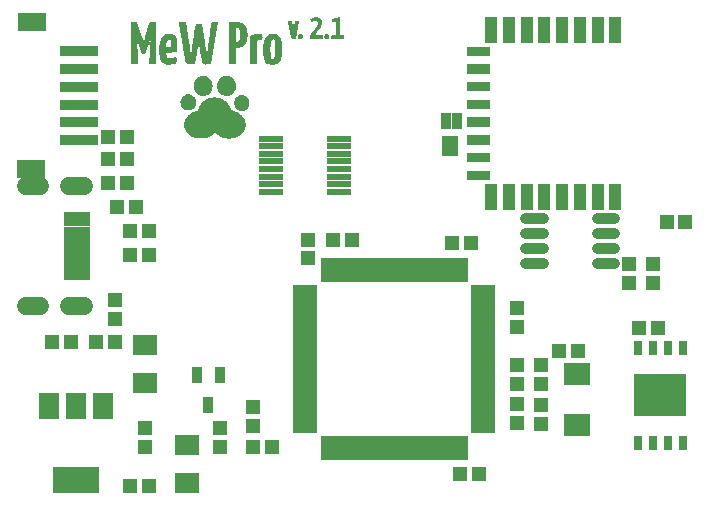
<source format=gts>
G04 ---------------------------- Layer name :TOP SOLDER LAYER*
G04 EasyEDA v5.7.22, Tue, 28 Aug 2018 07:39:09 GMT*
G04 bfd24f9e386c429bb71d77877026fdf2*
G04 Gerber Generator version 0.2*
G04 Scale: 100 percent, Rotated: No, Reflected: No *
G04 Dimensions in inches *
G04 leading zeros omitted , absolute positions ,2 integer and 4 decimal *
%FSLAX24Y24*%
%MOIN*%
G90*
G70D02*

%ADD16C,0.035559*%
%ADD19R,0.157606X0.086740*%
%ADD20R,0.067055X0.086740*%
%ADD21R,0.025717X0.047370*%
%ADD22R,0.175323X0.141858*%
%ADD23R,0.090677X0.025717*%
%ADD24R,0.090677X0.051307*%
%ADD25R,0.047370X0.051307*%
%ADD26R,0.051307X0.047370*%
%ADD27R,0.088000X0.078000*%
%ADD28R,0.035559X0.057213*%
%ADD29R,0.078900X0.071000*%
%ADD30R,0.126110X0.035600*%
%ADD31R,0.094614X0.059181*%
%ADD32R,0.079000X0.024000*%
%ADD33R,0.079500X0.020500*%
%ADD34R,0.020500X0.079500*%
%ADD35R,0.058000X0.033000*%
%ADD36R,0.033000X0.058000*%
%ADD37R,0.039500X0.086740*%
%ADD38C,0.059181*%

%LPD*%

%LPD*%
G36*
G01X7134Y12288D02*
G01X7105Y12288D01*
G01X7077Y12288D01*
G01X7049Y12290D01*
G01X7022Y12293D01*
G01X6997Y12296D01*
G01X6973Y12300D01*
G01X6951Y12305D01*
G01X6932Y12311D01*
G01X6910Y12319D01*
G01X6889Y12328D01*
G01X6868Y12337D01*
G01X6848Y12347D01*
G01X6829Y12358D01*
G01X6810Y12369D01*
G01X6791Y12380D01*
G01X6773Y12393D01*
G01X6755Y12406D01*
G01X6738Y12420D01*
G01X6722Y12434D01*
G01X6705Y12449D01*
G01X6653Y12499D01*
G01X6601Y12449D01*
G01X6583Y12432D01*
G01X6564Y12416D01*
G01X6546Y12401D01*
G01X6528Y12387D01*
G01X6509Y12375D01*
G01X6490Y12363D01*
G01X6471Y12352D01*
G01X6452Y12342D01*
G01X6432Y12333D01*
G01X6412Y12325D01*
G01X6391Y12317D01*
G01X6370Y12311D01*
G01X6348Y12305D01*
G01X6326Y12301D01*
G01X6302Y12297D01*
G01X6278Y12294D01*
G01X6254Y12292D01*
G01X6228Y12290D01*
G01X6202Y12289D01*
G01X6175Y12289D01*
G01X6146Y12290D01*
G01X6118Y12291D01*
G01X6091Y12293D01*
G01X6066Y12296D01*
G01X6041Y12300D01*
G01X6016Y12305D01*
G01X5993Y12311D01*
G01X5970Y12317D01*
G01X5948Y12324D01*
G01X5927Y12333D01*
G01X5906Y12342D01*
G01X5886Y12352D01*
G01X5867Y12363D01*
G01X5848Y12375D01*
G01X5829Y12388D01*
G01X5811Y12403D01*
G01X5793Y12418D01*
G01X5775Y12434D01*
G01X5757Y12452D01*
G01X5740Y12470D01*
G01X5720Y12493D01*
G01X5703Y12515D01*
G01X5687Y12537D01*
G01X5674Y12558D01*
G01X5663Y12580D01*
G01X5653Y12601D01*
G01X5646Y12624D01*
G01X5640Y12647D01*
G01X5635Y12671D01*
G01X5632Y12697D01*
G01X5630Y12725D01*
G01X5630Y12755D01*
G01X5630Y12785D01*
G01X5632Y12813D01*
G01X5635Y12839D01*
G01X5640Y12864D01*
G01X5646Y12887D01*
G01X5654Y12910D01*
G01X5664Y12932D01*
G01X5676Y12954D01*
G01X5690Y12976D01*
G01X5706Y12998D01*
G01X5725Y13021D01*
G01X5746Y13045D01*
G01X5764Y13063D01*
G01X5784Y13082D01*
G01X5805Y13100D01*
G01X5829Y13117D01*
G01X5853Y13134D01*
G01X5878Y13149D01*
G01X5903Y13164D01*
G01X5928Y13177D01*
G01X5953Y13188D01*
G01X5977Y13198D01*
G01X6000Y13205D01*
G01X6021Y13210D01*
G01X6055Y13219D01*
G01X6078Y13230D01*
G01X6092Y13245D01*
G01X6096Y13264D01*
G01X6099Y13282D01*
G01X6106Y13304D01*
G01X6117Y13331D01*
G01X6131Y13360D01*
G01X6147Y13390D01*
G01X6164Y13419D01*
G01X6183Y13445D01*
G01X6201Y13468D01*
G01X6218Y13487D01*
G01X6236Y13505D01*
G01X6255Y13522D01*
G01X6274Y13538D01*
G01X6295Y13554D01*
G01X6316Y13568D01*
G01X6338Y13581D01*
G01X6360Y13594D01*
G01X6383Y13605D01*
G01X6406Y13615D01*
G01X6430Y13625D01*
G01X6455Y13633D01*
G01X6480Y13640D01*
G01X6505Y13646D01*
G01X6530Y13651D01*
G01X6556Y13654D01*
G01X6580Y13657D01*
G01X6604Y13658D01*
G01X6628Y13659D01*
G01X6651Y13659D01*
G01X6675Y13658D01*
G01X6698Y13656D01*
G01X6720Y13654D01*
G01X6743Y13650D01*
G01X6765Y13646D01*
G01X6787Y13641D01*
G01X6808Y13636D01*
G01X6829Y13630D01*
G01X6850Y13622D01*
G01X6870Y13615D01*
G01X6890Y13606D01*
G01X6910Y13597D01*
G01X6929Y13587D01*
G01X6948Y13576D01*
G01X6966Y13565D01*
G01X6983Y13553D01*
G01X7000Y13540D01*
G01X7017Y13527D01*
G01X7033Y13513D01*
G01X7048Y13498D01*
G01X7063Y13483D01*
G01X7077Y13467D01*
G01X7090Y13451D01*
G01X7103Y13434D01*
G01X7115Y13416D01*
G01X7126Y13398D01*
G01X7137Y13379D01*
G01X7147Y13360D01*
G01X7157Y13338D01*
G01X7166Y13313D01*
G01X7174Y13290D01*
G01X7179Y13270D01*
G01X7186Y13248D01*
G01X7199Y13233D01*
G01X7226Y13222D01*
G01X7273Y13210D01*
G01X7301Y13203D01*
G01X7328Y13194D01*
G01X7355Y13184D01*
G01X7381Y13174D01*
G01X7406Y13161D01*
G01X7431Y13148D01*
G01X7455Y13134D01*
G01X7477Y13119D01*
G01X7499Y13103D01*
G01X7519Y13086D01*
G01X7539Y13068D01*
G01X7556Y13049D01*
G01X7571Y13032D01*
G01X7585Y13014D01*
G01X7598Y12996D01*
G01X7610Y12978D01*
G01X7621Y12960D01*
G01X7631Y12941D01*
G01X7640Y12923D01*
G01X7648Y12904D01*
G01X7655Y12885D01*
G01X7661Y12866D01*
G01X7666Y12846D01*
G01X7670Y12827D01*
G01X7673Y12808D01*
G01X7675Y12789D01*
G01X7676Y12770D01*
G01X7677Y12751D01*
G01X7676Y12731D01*
G01X7675Y12712D01*
G01X7672Y12693D01*
G01X7669Y12675D01*
G01X7665Y12656D01*
G01X7660Y12637D01*
G01X7653Y12619D01*
G01X7647Y12601D01*
G01X7639Y12583D01*
G01X7630Y12565D01*
G01X7621Y12548D01*
G01X7611Y12531D01*
G01X7600Y12514D01*
G01X7588Y12498D01*
G01X7575Y12482D01*
G01X7561Y12466D01*
G01X7547Y12451D01*
G01X7532Y12436D01*
G01X7516Y12422D01*
G01X7499Y12408D01*
G01X7481Y12395D01*
G01X7463Y12382D01*
G01X7444Y12370D01*
G01X7424Y12358D01*
G01X7403Y12347D01*
G01X7382Y12336D01*
G01X7360Y12327D01*
G01X7337Y12317D01*
G01X7317Y12311D01*
G01X7295Y12305D01*
G01X7271Y12300D01*
G01X7246Y12296D01*
G01X7219Y12293D01*
G01X7191Y12290D01*
G01X7163Y12288D01*
G01X7134Y12288D01*
G37*

%LPC*%

%LPD*%
G36*
G01X7563Y13199D02*
G01X7545Y13199D01*
G01X7527Y13200D01*
G01X7509Y13202D01*
G01X7491Y13206D01*
G01X7473Y13212D01*
G01X7456Y13219D01*
G01X7438Y13228D01*
G01X7421Y13239D01*
G01X7404Y13251D01*
G01X7388Y13265D01*
G01X7372Y13282D01*
G01X7358Y13299D01*
G01X7344Y13318D01*
G01X7333Y13337D01*
G01X7323Y13357D01*
G01X7315Y13377D01*
G01X7308Y13398D01*
G01X7303Y13419D01*
G01X7300Y13440D01*
G01X7298Y13461D01*
G01X7297Y13483D01*
G01X7299Y13504D01*
G01X7301Y13525D01*
G01X7306Y13545D01*
G01X7311Y13565D01*
G01X7318Y13585D01*
G01X7327Y13604D01*
G01X7337Y13622D01*
G01X7349Y13640D01*
G01X7361Y13656D01*
G01X7376Y13672D01*
G01X7391Y13686D01*
G01X7408Y13699D01*
G01X7426Y13711D01*
G01X7446Y13721D01*
G01X7466Y13730D01*
G01X7487Y13736D01*
G01X7509Y13741D01*
G01X7530Y13743D01*
G01X7551Y13744D01*
G01X7572Y13742D01*
G01X7593Y13739D01*
G01X7613Y13734D01*
G01X7633Y13728D01*
G01X7653Y13719D01*
G01X7672Y13709D01*
G01X7690Y13698D01*
G01X7707Y13685D01*
G01X7723Y13671D01*
G01X7737Y13655D01*
G01X7751Y13638D01*
G01X7763Y13619D01*
G01X7774Y13600D01*
G01X7783Y13579D01*
G01X7790Y13557D01*
G01X7796Y13534D01*
G01X7800Y13512D01*
G01X7802Y13490D01*
G01X7803Y13469D01*
G01X7802Y13448D01*
G01X7800Y13427D01*
G01X7796Y13407D01*
G01X7791Y13388D01*
G01X7784Y13369D01*
G01X7777Y13351D01*
G01X7768Y13334D01*
G01X7758Y13318D01*
G01X7747Y13303D01*
G01X7736Y13288D01*
G01X7723Y13275D01*
G01X7709Y13262D01*
G01X7695Y13250D01*
G01X7680Y13240D01*
G01X7665Y13230D01*
G01X7649Y13222D01*
G01X7632Y13215D01*
G01X7615Y13209D01*
G01X7598Y13205D01*
G01X7581Y13201D01*
G01X7563Y13199D01*
G37*

%LPC*%

%LPD*%
G36*
G01X5791Y13230D02*
G01X5767Y13229D01*
G01X5743Y13230D01*
G01X5720Y13233D01*
G01X5698Y13238D01*
G01X5677Y13244D01*
G01X5656Y13252D01*
G01X5637Y13262D01*
G01X5618Y13273D01*
G01X5601Y13286D01*
G01X5585Y13300D01*
G01X5570Y13315D01*
G01X5556Y13332D01*
G01X5544Y13350D01*
G01X5533Y13369D01*
G01X5524Y13389D01*
G01X5516Y13411D01*
G01X5510Y13433D01*
G01X5506Y13456D01*
G01X5503Y13480D01*
G01X5503Y13505D01*
G01X5504Y13525D01*
G01X5507Y13545D01*
G01X5513Y13565D01*
G01X5520Y13585D01*
G01X5528Y13604D01*
G01X5539Y13624D01*
G01X5551Y13642D01*
G01X5564Y13661D01*
G01X5579Y13678D01*
G01X5594Y13694D01*
G01X5611Y13708D01*
G01X5628Y13721D01*
G01X5646Y13733D01*
G01X5664Y13743D01*
G01X5682Y13751D01*
G01X5701Y13756D01*
G01X5724Y13761D01*
G01X5747Y13763D01*
G01X5771Y13763D01*
G01X5795Y13761D01*
G01X5819Y13757D01*
G01X5842Y13752D01*
G01X5864Y13745D01*
G01X5884Y13736D01*
G01X5903Y13725D01*
G01X5920Y13713D01*
G01X5936Y13701D01*
G01X5951Y13687D01*
G01X5965Y13673D01*
G01X5977Y13657D01*
G01X5987Y13642D01*
G01X5997Y13625D01*
G01X6005Y13608D01*
G01X6012Y13591D01*
G01X6018Y13573D01*
G01X6022Y13555D01*
G01X6025Y13536D01*
G01X6027Y13518D01*
G01X6028Y13500D01*
G01X6028Y13481D01*
G01X6026Y13463D01*
G01X6024Y13444D01*
G01X6020Y13426D01*
G01X6015Y13409D01*
G01X6009Y13392D01*
G01X6001Y13375D01*
G01X5993Y13359D01*
G01X5984Y13343D01*
G01X5973Y13328D01*
G01X5962Y13314D01*
G01X5949Y13300D01*
G01X5935Y13288D01*
G01X5921Y13276D01*
G01X5905Y13266D01*
G01X5889Y13257D01*
G01X5871Y13249D01*
G01X5853Y13242D01*
G01X5833Y13236D01*
G01X5813Y13232D01*
G01X5791Y13230D01*
G37*

%LPC*%

%LPD*%
G36*
G01X6281Y13708D02*
G01X6259Y13707D01*
G01X6237Y13708D01*
G01X6215Y13710D01*
G01X6194Y13714D01*
G01X6174Y13719D01*
G01X6154Y13725D01*
G01X6135Y13732D01*
G01X6117Y13741D01*
G01X6099Y13751D01*
G01X6083Y13761D01*
G01X6067Y13774D01*
G01X6052Y13787D01*
G01X6038Y13801D01*
G01X6024Y13816D01*
G01X6012Y13833D01*
G01X6001Y13850D01*
G01X5991Y13868D01*
G01X5982Y13887D01*
G01X5974Y13907D01*
G01X5967Y13928D01*
G01X5961Y13949D01*
G01X5957Y13971D01*
G01X5953Y13994D01*
G01X5952Y14017D01*
G01X5951Y14042D01*
G01X5952Y14066D01*
G01X5953Y14089D01*
G01X5957Y14112D01*
G01X5961Y14134D01*
G01X5967Y14156D01*
G01X5973Y14177D01*
G01X5981Y14197D01*
G01X5990Y14216D01*
G01X6000Y14235D01*
G01X6011Y14252D01*
G01X6024Y14269D01*
G01X6037Y14285D01*
G01X6052Y14300D01*
G01X6067Y14314D01*
G01X6084Y14327D01*
G01X6101Y14339D01*
G01X6120Y14351D01*
G01X6139Y14361D01*
G01X6159Y14369D01*
G01X6181Y14378D01*
G01X6201Y14382D01*
G01X6226Y14385D01*
G01X6255Y14385D01*
G01X6285Y14383D01*
G01X6315Y14379D01*
G01X6343Y14374D01*
G01X6370Y14366D01*
G01X6392Y14357D01*
G01X6413Y14346D01*
G01X6432Y14333D01*
G01X6451Y14319D01*
G01X6468Y14303D01*
G01X6485Y14287D01*
G01X6500Y14269D01*
G01X6513Y14251D01*
G01X6525Y14231D01*
G01X6536Y14211D01*
G01X6546Y14189D01*
G01X6554Y14166D01*
G01X6561Y14143D01*
G01X6566Y14119D01*
G01X6570Y14094D01*
G01X6572Y14068D01*
G01X6573Y14042D01*
G01X6572Y14018D01*
G01X6570Y13994D01*
G01X6567Y13972D01*
G01X6562Y13950D01*
G01X6556Y13928D01*
G01X6549Y13908D01*
G01X6541Y13888D01*
G01X6532Y13869D01*
G01X6522Y13851D01*
G01X6510Y13834D01*
G01X6498Y13818D01*
G01X6484Y13802D01*
G01X6470Y13788D01*
G01X6454Y13775D01*
G01X6438Y13763D01*
G01X6421Y13751D01*
G01X6403Y13742D01*
G01X6385Y13733D01*
G01X6365Y13725D01*
G01X6345Y13719D01*
G01X6325Y13714D01*
G01X6303Y13711D01*
G01X6281Y13708D01*
G37*

%LPC*%

%LPD*%
G36*
G01X7065Y13709D02*
G01X7041Y13708D01*
G01X7015Y13709D01*
G01X6991Y13711D01*
G01X6967Y13716D01*
G01X6944Y13722D01*
G01X6922Y13730D01*
G01X6900Y13740D01*
G01X6880Y13751D01*
G01X6861Y13764D01*
G01X6843Y13778D01*
G01X6826Y13794D01*
G01X6810Y13811D01*
G01X6795Y13829D01*
G01X6782Y13849D01*
G01X6770Y13869D01*
G01X6759Y13891D01*
G01X6750Y13915D01*
G01X6743Y13939D01*
G01X6736Y13964D01*
G01X6732Y13990D01*
G01X6729Y14017D01*
G01X6728Y14041D01*
G01X6728Y14065D01*
G01X6730Y14088D01*
G01X6733Y14111D01*
G01X6737Y14133D01*
G01X6743Y14154D01*
G01X6750Y14175D01*
G01X6758Y14196D01*
G01X6767Y14215D01*
G01X6778Y14234D01*
G01X6790Y14253D01*
G01X6803Y14270D01*
G01X6816Y14286D01*
G01X6831Y14302D01*
G01X6847Y14316D01*
G01X6864Y14329D01*
G01X6882Y14342D01*
G01X6901Y14353D01*
G01X6920Y14362D01*
G01X6941Y14371D01*
G01X6962Y14378D01*
G01X6984Y14383D01*
G01X7005Y14386D01*
G01X7027Y14388D01*
G01X7049Y14388D01*
G01X7071Y14386D01*
G01X7092Y14382D01*
G01X7113Y14378D01*
G01X7134Y14371D01*
G01X7155Y14363D01*
G01X7175Y14353D01*
G01X7194Y14343D01*
G01X7212Y14330D01*
G01X7230Y14317D01*
G01X7247Y14302D01*
G01X7263Y14286D01*
G01X7278Y14268D01*
G01X7291Y14249D01*
G01X7304Y14229D01*
G01X7315Y14208D01*
G01X7324Y14188D01*
G01X7332Y14167D01*
G01X7339Y14146D01*
G01X7344Y14126D01*
G01X7349Y14105D01*
G01X7352Y14084D01*
G01X7353Y14062D01*
G01X7354Y14041D01*
G01X7353Y14020D01*
G01X7351Y14000D01*
G01X7348Y13979D01*
G01X7344Y13959D01*
G01X7338Y13938D01*
G01X7331Y13919D01*
G01X7323Y13899D01*
G01X7314Y13880D01*
G01X7304Y13862D01*
G01X7293Y13844D01*
G01X7280Y13827D01*
G01X7266Y13811D01*
G01X7250Y13793D01*
G01X7234Y13777D01*
G01X7217Y13763D01*
G01X7200Y13751D01*
G01X7183Y13740D01*
G01X7166Y13731D01*
G01X7148Y13724D01*
G01X7128Y13718D01*
G01X7108Y13713D01*
G01X7087Y13710D01*
G01X7065Y13709D01*
G37*

%LPC*%

%LPD*%
G54D38*
G01X820Y6690D02*
G01X347Y6690D01*
G01X820Y10705D02*
G01X347Y10705D01*
G01X2277Y10705D02*
G01X1804Y10705D01*
G01X2277Y6690D02*
G01X1804Y6690D01*
G54D16*
G01X19966Y8128D02*
G01X19375Y8128D01*
G01X19966Y8628D02*
G01X19375Y8628D01*
G01X19966Y9128D02*
G01X19375Y9128D01*
G01X19966Y9628D02*
G01X19375Y9628D01*
G01X17586Y8128D02*
G01X16995Y8128D01*
G01X17586Y8628D02*
G01X16995Y8628D01*
G01X17586Y9128D02*
G01X16995Y9128D01*
G01X17586Y9628D02*
G01X16995Y9628D01*

%LPD*%
G36*
G01X10402Y15600D02*
G01X10383Y15599D01*
G01X10361Y15600D01*
G01X10343Y15604D01*
G01X10328Y15610D01*
G01X10317Y15619D01*
G01X10308Y15632D01*
G01X10302Y15646D01*
G01X10299Y15664D01*
G01X10298Y15684D01*
G01X10299Y15702D01*
G01X10303Y15718D01*
G01X10311Y15732D01*
G01X10322Y15746D01*
G01X10334Y15757D01*
G01X10348Y15764D01*
G01X10365Y15769D01*
G01X10383Y15771D01*
G01X10404Y15769D01*
G01X10422Y15765D01*
G01X10437Y15758D01*
G01X10448Y15749D01*
G01X10456Y15736D01*
G01X10462Y15721D01*
G01X10466Y15704D01*
G01X10467Y15684D01*
G01X10465Y15667D01*
G01X10461Y15651D01*
G01X10454Y15637D01*
G01X10445Y15624D01*
G01X10433Y15613D01*
G01X10418Y15605D01*
G01X10402Y15600D01*
G37*

%LPC*%

%LPD*%
G36*
G01X9526Y15600D02*
G01X9507Y15599D01*
G01X9485Y15600D01*
G01X9467Y15604D01*
G01X9452Y15610D01*
G01X9441Y15619D01*
G01X9432Y15632D01*
G01X9426Y15646D01*
G01X9423Y15664D01*
G01X9422Y15684D01*
G01X9423Y15702D01*
G01X9428Y15718D01*
G01X9435Y15732D01*
G01X9446Y15746D01*
G01X9458Y15757D01*
G01X9472Y15764D01*
G01X9489Y15769D01*
G01X9507Y15771D01*
G01X9528Y15769D01*
G01X9546Y15765D01*
G01X9561Y15758D01*
G01X9572Y15749D01*
G01X9580Y15736D01*
G01X9586Y15721D01*
G01X9590Y15704D01*
G01X9591Y15684D01*
G01X9589Y15667D01*
G01X9585Y15651D01*
G01X9578Y15637D01*
G01X9569Y15624D01*
G01X9557Y15613D01*
G01X9542Y15605D01*
G01X9526Y15600D01*
G37*

%LPC*%

%LPD*%
G36*
G01X9270Y15602D02*
G01X9241Y15601D01*
G01X9206Y15617D01*
G01X9186Y15661D01*
G01X9083Y16167D01*
G01X9081Y16174D01*
G01X9080Y16180D01*
G01X9080Y16183D01*
G01X9080Y16186D01*
G01X9080Y16191D01*
G01X9082Y16195D01*
G01X9086Y16198D01*
G01X9091Y16201D01*
G01X9098Y16203D01*
G01X9108Y16204D01*
G01X9121Y16205D01*
G01X9138Y16207D01*
G01X9157Y16207D01*
G01X9178Y16207D01*
G01X9202Y16207D01*
G01X9228Y16207D01*
G01X9251Y16034D01*
G01X9255Y15999D01*
G01X9258Y15961D01*
G01X9262Y15919D01*
G01X9266Y15873D01*
G01X9271Y15793D01*
G01X9275Y15746D01*
G01X9277Y15746D01*
G01X9279Y15793D01*
G01X9285Y15874D01*
G01X9289Y15920D01*
G01X9293Y15962D01*
G01X9297Y16000D01*
G01X9301Y16034D01*
G01X9318Y16180D01*
G01X9319Y16188D01*
G01X9321Y16193D01*
G01X9324Y16198D01*
G01X9327Y16201D01*
G01X9331Y16203D01*
G01X9337Y16204D01*
G01X9346Y16205D01*
G01X9358Y16207D01*
G01X9395Y16207D01*
G01X9458Y16207D01*
G01X9338Y15607D01*
G01X9319Y15605D01*
G01X9296Y15603D01*
G01X9270Y15602D01*
G37*

%LPC*%

%LPD*%
G36*
G01X10923Y15607D02*
G01X10523Y15607D01*
G01X10521Y15630D01*
G01X10520Y15652D01*
G01X10519Y15673D01*
G01X10519Y15694D01*
G01X10521Y15705D01*
G01X10527Y15713D01*
G01X10538Y15720D01*
G01X10553Y15725D01*
G01X10600Y15730D01*
G01X10673Y15732D01*
G01X10683Y16192D01*
G01X10664Y16191D01*
G01X10645Y16190D01*
G01X10628Y16188D01*
G01X10611Y16186D01*
G01X10596Y16183D01*
G01X10583Y16180D01*
G01X10574Y16179D01*
G01X10568Y16178D01*
G01X10559Y16196D01*
G01X10553Y16216D01*
G01X10549Y16237D01*
G01X10548Y16259D01*
G01X10551Y16266D01*
G01X10559Y16273D01*
G01X10574Y16280D01*
G01X10594Y16288D01*
G01X10643Y16303D01*
G01X10700Y16315D01*
G01X10728Y16321D01*
G01X10752Y16325D01*
G01X10773Y16327D01*
G01X10791Y16328D01*
G01X10796Y16328D01*
G01X10801Y16327D01*
G01X10806Y16326D01*
G01X10812Y16326D01*
G01X10817Y16325D01*
G01X10821Y16323D01*
G01X10824Y16322D01*
G01X10826Y16321D01*
G01X10812Y15732D01*
G01X10878Y15732D01*
G01X10890Y15733D01*
G01X10901Y15733D01*
G01X10913Y15733D01*
G01X10924Y15734D01*
G01X10948Y15736D01*
G01X10952Y15736D01*
G01X10952Y15710D01*
G01X10951Y15687D01*
G01X10951Y15668D01*
G01X10951Y15653D01*
G01X10950Y15642D01*
G01X10948Y15632D01*
G01X10946Y15625D01*
G01X10944Y15619D01*
G01X10940Y15614D01*
G01X10935Y15610D01*
G01X10930Y15608D01*
G01X10923Y15607D01*
G37*

%LPC*%

%LPD*%
G36*
G01X10215Y15607D02*
G01X9818Y15607D01*
G01X9816Y15615D01*
G01X9814Y15624D01*
G01X9813Y15634D01*
G01X9813Y15644D01*
G01X9813Y15660D01*
G01X9814Y15674D01*
G01X9816Y15686D01*
G01X9819Y15696D01*
G01X9822Y15707D01*
G01X9828Y15719D01*
G01X9835Y15734D01*
G01X9845Y15751D01*
G01X9868Y15790D01*
G01X9898Y15833D01*
G01X9932Y15882D01*
G01X9973Y15934D01*
G01X10021Y16000D01*
G01X10056Y16051D01*
G01X10067Y16073D01*
G01X10075Y16094D01*
G01X10080Y16115D01*
G01X10082Y16136D01*
G01X10081Y16150D01*
G01X10077Y16163D01*
G01X10071Y16174D01*
G01X10063Y16184D01*
G01X10052Y16191D01*
G01X10040Y16196D01*
G01X10026Y16200D01*
G01X10011Y16201D01*
G01X9993Y16200D01*
G01X9973Y16198D01*
G01X9952Y16194D01*
G01X9928Y16190D01*
G01X9906Y16184D01*
G01X9886Y16177D01*
G01X9868Y16170D01*
G01X9853Y16163D01*
G01X9840Y16206D01*
G01X9836Y16261D01*
G01X9840Y16274D01*
G01X9852Y16286D01*
G01X9873Y16297D01*
G01X9903Y16307D01*
G01X9937Y16316D01*
G01X9973Y16323D01*
G01X10011Y16326D01*
G01X10052Y16328D01*
G01X10098Y16325D01*
G01X10136Y16317D01*
G01X10168Y16304D01*
G01X10193Y16286D01*
G01X10225Y16233D01*
G01X10236Y16159D01*
G01X10228Y16096D01*
G01X10203Y16036D01*
G01X10185Y16006D01*
G01X10162Y15971D01*
G01X10135Y15932D01*
G01X10103Y15890D01*
G01X10067Y15843D01*
G01X10037Y15801D01*
G01X10011Y15764D01*
G01X9991Y15732D01*
G01X10082Y15732D01*
G01X10140Y15734D01*
G01X10194Y15738D01*
G01X10232Y15743D01*
G01X10242Y15745D01*
G01X10245Y15746D01*
G01X10245Y15716D01*
G01X10244Y15692D01*
G01X10244Y15672D01*
G01X10244Y15657D01*
G01X10242Y15644D01*
G01X10241Y15634D01*
G01X10238Y15626D01*
G01X10236Y15619D01*
G01X10232Y15614D01*
G01X10227Y15610D01*
G01X10222Y15608D01*
G01X10215Y15607D01*
G37*

%LPC*%

%LPD*%

%LPD*%
G36*
G01X8627Y14751D02*
G01X8574Y14748D01*
G01X8519Y14750D01*
G01X8469Y14757D01*
G01X8427Y14769D01*
G01X8390Y14786D01*
G01X8360Y14811D01*
G01X8333Y14844D01*
G01X8310Y14886D01*
G01X8291Y14938D01*
G01X8281Y14978D01*
G01X8273Y15024D01*
G01X8267Y15076D01*
G01X8262Y15135D01*
G01X8259Y15199D01*
G01X8258Y15269D01*
G01X8259Y15326D01*
G01X8263Y15378D01*
G01X8268Y15428D01*
G01X8275Y15474D01*
G01X8284Y15517D01*
G01X8295Y15557D01*
G01X8309Y15594D01*
G01X8324Y15628D01*
G01X8341Y15658D01*
G01X8361Y15685D01*
G01X8382Y15709D01*
G01X8406Y15730D01*
G01X8432Y15748D01*
G01X8459Y15762D01*
G01X8489Y15773D01*
G01X8521Y15781D01*
G01X8555Y15786D01*
G01X8590Y15788D01*
G01X8644Y15785D01*
G01X8691Y15776D01*
G01X8733Y15762D01*
G01X8769Y15742D01*
G01X8801Y15716D01*
G01X8828Y15681D01*
G01X8851Y15638D01*
G01X8869Y15588D01*
G01X8880Y15549D01*
G01X8888Y15504D01*
G01X8894Y15455D01*
G01X8899Y15401D01*
G01X8902Y15342D01*
G01X8902Y15278D01*
G01X8901Y15209D01*
G01X8897Y15146D01*
G01X8891Y15088D01*
G01X8882Y15035D01*
G01X8871Y14987D01*
G01X8857Y14944D01*
G01X8840Y14905D01*
G01X8821Y14871D01*
G01X8792Y14834D01*
G01X8758Y14803D01*
G01X8719Y14778D01*
G01X8676Y14761D01*
G01X8627Y14751D01*
G37*

%LPC*%
G36*
G01X8567Y14933D02*
G01X8580Y14932D01*
G01X8592Y14933D01*
G01X8602Y14937D01*
G01X8612Y14944D01*
G01X8620Y14955D01*
G01X8635Y14990D01*
G01X8647Y15053D01*
G01X8652Y15094D01*
G01X8656Y15145D01*
G01X8658Y15204D01*
G01X8658Y15271D01*
G01X8658Y15340D01*
G01X8657Y15398D01*
G01X8655Y15447D01*
G01X8652Y15486D01*
G01X8649Y15518D01*
G01X8644Y15544D01*
G01X8638Y15565D01*
G01X8630Y15580D01*
G01X8621Y15590D01*
G01X8610Y15598D01*
G01X8597Y15602D01*
G01X8582Y15603D01*
G01X8549Y15586D01*
G01X8523Y15536D01*
G01X8517Y15509D01*
G01X8512Y15476D01*
G01X8508Y15436D01*
G01X8505Y15388D01*
G01X8503Y15333D01*
G01X8502Y15271D01*
G01X8503Y15201D01*
G01X8505Y15141D01*
G01X8508Y15090D01*
G01X8511Y15049D01*
G01X8522Y14988D01*
G01X8536Y14953D01*
G01X8545Y14944D01*
G01X8555Y14937D01*
G01X8567Y14933D01*
G37*

%LPD*%
G36*
G01X5163Y14750D02*
G01X5104Y14748D01*
G01X5056Y14751D01*
G01X5012Y14759D01*
G01X4972Y14773D01*
G01X4936Y14793D01*
G01X4903Y14819D01*
G01X4874Y14851D01*
G01X4856Y14879D01*
G01X4839Y14912D01*
G01X4826Y14951D01*
G01X4814Y14994D01*
G01X4806Y15043D01*
G01X4799Y15097D01*
G01X4796Y15156D01*
G01X4794Y15219D01*
G01X4795Y15275D01*
G01X4797Y15327D01*
G01X4801Y15376D01*
G01X4806Y15422D01*
G01X4813Y15465D01*
G01X4821Y15504D01*
G01X4830Y15540D01*
G01X4841Y15574D01*
G01X4867Y15632D01*
G01X4896Y15679D01*
G01X4928Y15717D01*
G01X4964Y15744D01*
G01X5004Y15763D01*
G01X5048Y15776D01*
G01X5095Y15785D01*
G01X5146Y15788D01*
G01X5187Y15785D01*
G01X5225Y15778D01*
G01X5258Y15767D01*
G01X5289Y15751D01*
G01X5315Y15731D01*
G01X5338Y15706D01*
G01X5358Y15677D01*
G01X5374Y15643D01*
G01X5386Y15604D01*
G01X5395Y15561D01*
G01X5401Y15514D01*
G01X5402Y15461D01*
G01X5402Y15405D01*
G01X5399Y15353D01*
G01X5395Y15303D01*
G01X5390Y15258D01*
G01X5383Y15216D01*
G01X5374Y15178D01*
G01X5344Y15172D01*
G01X5310Y15167D01*
G01X5272Y15163D01*
G01X5230Y15159D01*
G01X5185Y15155D01*
G01X5136Y15153D01*
G01X5083Y15151D01*
G01X5026Y15150D01*
G01X5031Y15102D01*
G01X5038Y15063D01*
G01X5048Y15030D01*
G01X5060Y15005D01*
G01X5099Y14974D01*
G01X5158Y14963D01*
G01X5208Y14967D01*
G01X5259Y14978D01*
G01X5314Y14995D01*
G01X5370Y15019D01*
G01X5378Y14988D01*
G01X5384Y14953D01*
G01X5387Y14914D01*
G01X5388Y14871D01*
G01X5368Y14820D01*
G01X5307Y14780D01*
G01X5264Y14766D01*
G01X5216Y14756D01*
G01X5163Y14750D01*
G37*

%LPC*%
G36*
G01X5030Y15389D02*
G01X5026Y15324D01*
G01X5078Y15325D01*
G01X5120Y15328D01*
G01X5153Y15334D01*
G01X5176Y15342D01*
G01X5184Y15382D01*
G01X5186Y15446D01*
G01X5183Y15522D01*
G01X5172Y15567D01*
G01X5164Y15579D01*
G01X5152Y15588D01*
G01X5137Y15594D01*
G01X5118Y15596D01*
G01X5078Y15579D01*
G01X5051Y15530D01*
G01X5042Y15492D01*
G01X5035Y15445D01*
G01X5030Y15389D01*
G37*

%LPD*%
G36*
G01X6363Y14756D02*
G01X6336Y14755D01*
G01X6313Y14757D01*
G01X6292Y14763D01*
G01X6274Y14774D01*
G01X6258Y14788D01*
G01X6234Y14827D01*
G01X6218Y14882D01*
G01X6172Y15103D01*
G01X6166Y15136D01*
G01X6160Y15172D01*
G01X6154Y15213D01*
G01X6147Y15258D01*
G01X6141Y15307D01*
G01X6134Y15361D01*
G01X6127Y15419D01*
G01X6121Y15480D01*
G01X6114Y15547D01*
G01X6106Y15617D01*
G01X6099Y15546D01*
G01X6092Y15479D01*
G01X6085Y15417D01*
G01X6078Y15359D01*
G01X6072Y15305D01*
G01X6066Y15256D01*
G01X6060Y15211D01*
G01X6055Y15171D01*
G01X6049Y15135D01*
G01X6044Y15103D01*
G01X5988Y14767D01*
G01X5938Y14763D01*
G01X5886Y14760D01*
G01X5832Y14758D01*
G01X5776Y14757D01*
G01X5756Y14760D01*
G01X5738Y14766D01*
G01X5722Y14777D01*
G01X5707Y14792D01*
G01X5684Y14831D01*
G01X5668Y14882D01*
G01X5662Y14912D01*
G01X5656Y14944D01*
G01X5649Y14979D01*
G01X5642Y15017D01*
G01X5635Y15056D01*
G01X5627Y15099D01*
G01X5619Y15143D01*
G01X5611Y15190D01*
G01X5602Y15240D01*
G01X5593Y15292D01*
G01X5584Y15346D01*
G01X5574Y15403D01*
G01X5565Y15462D01*
G01X5554Y15524D01*
G01X5543Y15595D01*
G01X5532Y15662D01*
G01X5521Y15725D01*
G01X5512Y15784D01*
G01X5503Y15839D01*
G01X5494Y15890D01*
G01X5487Y15937D01*
G01X5480Y15980D01*
G01X5473Y16018D01*
G01X5468Y16053D01*
G01X5463Y16083D01*
G01X5458Y16109D01*
G01X5458Y16115D01*
G01X5457Y16121D01*
G01X5457Y16128D01*
G01X5456Y16136D01*
G01X5457Y16144D01*
G01X5459Y16151D01*
G01X5463Y16157D01*
G01X5467Y16161D01*
G01X5474Y16164D01*
G01X5483Y16166D01*
G01X5495Y16167D01*
G01X5508Y16167D01*
G01X5694Y16167D01*
G01X5794Y15511D01*
G01X5803Y15458D01*
G01X5810Y15405D01*
G01X5817Y15351D01*
G01X5824Y15299D01*
G01X5829Y15247D01*
G01X5835Y15196D01*
G01X5840Y15144D01*
G01X5844Y15094D01*
G01X5847Y15044D01*
G01X5850Y14994D01*
G01X5866Y14994D01*
G01X5868Y15043D01*
G01X5870Y15092D01*
G01X5873Y15143D01*
G01X5877Y15194D01*
G01X5882Y15245D01*
G01X5887Y15297D01*
G01X5893Y15350D01*
G01X5900Y15403D01*
G01X5908Y15457D01*
G01X5916Y15511D01*
G01X6002Y16048D01*
G01X6005Y16063D01*
G01X6008Y16076D01*
G01X6012Y16087D01*
G01X6016Y16094D01*
G01X6023Y16100D01*
G01X6031Y16104D01*
G01X6043Y16107D01*
G01X6056Y16107D01*
G01X6212Y16107D01*
G01X6316Y15511D01*
G01X6323Y15471D01*
G01X6330Y15428D01*
G01X6336Y15383D01*
G01X6342Y15335D01*
G01X6348Y15284D01*
G01X6353Y15231D01*
G01X6359Y15176D01*
G01X6364Y15117D01*
G01X6370Y15057D01*
G01X6374Y14994D01*
G01X6390Y14994D01*
G01X6393Y15045D01*
G01X6396Y15096D01*
G01X6399Y15148D01*
G01X6403Y15199D01*
G01X6407Y15251D01*
G01X6413Y15303D01*
G01X6418Y15355D01*
G01X6424Y15407D01*
G01X6431Y15459D01*
G01X6438Y15511D01*
G01X6524Y16107D01*
G01X6527Y16123D01*
G01X6530Y16136D01*
G01X6534Y16147D01*
G01X6538Y16155D01*
G01X6545Y16160D01*
G01X6553Y16164D01*
G01X6564Y16167D01*
G01X6576Y16167D01*
G01X6770Y16167D01*
G01X6530Y14767D01*
G01X6503Y14765D01*
G01X6478Y14762D01*
G01X6454Y14760D01*
G01X6432Y14759D01*
G01X6411Y14757D01*
G01X6387Y14756D01*
G01X6363Y14756D01*
G37*

%LPC*%

%LPD*%
G36*
G01X7872Y14768D02*
G01X7826Y14767D01*
G01X7826Y15698D01*
G01X7872Y15725D01*
G01X7918Y15748D01*
G01X7964Y15765D01*
G01X8010Y15778D01*
G01X8057Y15785D01*
G01X8104Y15788D01*
G01X8170Y15782D01*
G01X8210Y15765D01*
G01X8223Y15751D01*
G01X8231Y15734D01*
G01X8237Y15713D01*
G01X8238Y15688D01*
G01X8233Y15623D01*
G01X8216Y15559D01*
G01X8200Y15567D01*
G01X8182Y15571D01*
G01X8163Y15575D01*
G01X8142Y15576D01*
G01X8132Y15575D01*
G01X8121Y15574D01*
G01X8110Y15571D01*
G01X8098Y15567D01*
G01X8087Y15563D01*
G01X8075Y15557D01*
G01X8065Y15551D01*
G01X8054Y15544D01*
G01X8052Y14807D01*
G01X8052Y14798D01*
G01X8050Y14789D01*
G01X8047Y14783D01*
G01X8042Y14778D01*
G01X8035Y14776D01*
G01X8021Y14773D01*
G01X8002Y14771D01*
G01X7977Y14769D01*
G01X7947Y14769D01*
G01X7912Y14768D01*
G01X7872Y14768D01*
G37*

%LPC*%

%LPD*%
G36*
G01X7205Y14768D02*
G01X7122Y14767D01*
G01X7122Y16128D01*
G01X7123Y16138D01*
G01X7124Y16146D01*
G01X7127Y16153D01*
G01X7130Y16159D01*
G01X7135Y16163D01*
G01X7142Y16165D01*
G01X7151Y16167D01*
G01X7162Y16167D01*
G01X7350Y16167D01*
G01X7414Y16165D01*
G01X7472Y16159D01*
G01X7523Y16147D01*
G01X7568Y16132D01*
G01X7608Y16110D01*
G01X7642Y16082D01*
G01X7672Y16047D01*
G01X7696Y16005D01*
G01X7710Y15974D01*
G01X7721Y15938D01*
G01X7729Y15898D01*
G01X7736Y15855D01*
G01X7739Y15807D01*
G01X7740Y15755D01*
G01X7739Y15696D01*
G01X7734Y15641D01*
G01X7725Y15590D01*
G01X7714Y15544D01*
G01X7699Y15503D01*
G01X7680Y15467D01*
G01X7659Y15435D01*
G01X7633Y15407D01*
G01X7596Y15377D01*
G01X7556Y15352D01*
G01X7512Y15332D01*
G01X7465Y15319D01*
G01X7414Y15310D01*
G01X7360Y15307D01*
G01X7344Y15307D01*
G01X7344Y14807D01*
G01X7344Y14798D01*
G01X7342Y14789D01*
G01X7339Y14783D01*
G01X7334Y14778D01*
G01X7327Y14776D01*
G01X7313Y14773D01*
G01X7294Y14771D01*
G01X7269Y14769D01*
G01X7205Y14768D01*
G37*

%LPC*%
G36*
G01X7344Y15976D02*
G01X7344Y15513D01*
G01X7386Y15513D01*
G01X7432Y15528D01*
G01X7464Y15569D01*
G01X7476Y15604D01*
G01X7484Y15651D01*
G01X7489Y15711D01*
G01X7490Y15784D01*
G01X7485Y15869D01*
G01X7469Y15928D01*
G01X7457Y15949D01*
G01X7442Y15964D01*
G01X7423Y15973D01*
G01X7400Y15976D01*
G01X7344Y15976D01*
G37*

%LPD*%
G36*
G01X3940Y14768D02*
G01X3860Y14767D01*
G01X3860Y16128D01*
G01X3861Y16140D01*
G01X3863Y16149D01*
G01X3866Y16156D01*
G01X3870Y16161D01*
G01X3876Y16164D01*
G01X3883Y16166D01*
G01X3891Y16167D01*
G01X3900Y16167D01*
G01X4068Y16167D01*
G01X4228Y15671D01*
G01X4251Y15601D01*
G01X4267Y15540D01*
G01X4273Y15514D01*
G01X4278Y15494D01*
G01X4281Y15479D01*
G01X4282Y15469D01*
G01X4284Y15479D01*
G01X4287Y15494D01*
G01X4291Y15514D01*
G01X4296Y15540D01*
G01X4311Y15600D01*
G01X4330Y15667D01*
G01X4468Y16128D01*
G01X4472Y16138D01*
G01X4476Y16148D01*
G01X4480Y16155D01*
G01X4483Y16159D01*
G01X4488Y16163D01*
G01X4493Y16165D01*
G01X4500Y16167D01*
G01X4508Y16167D01*
G01X4694Y16167D01*
G01X4694Y14807D01*
G01X4694Y14798D01*
G01X4692Y14789D01*
G01X4689Y14783D01*
G01X4684Y14778D01*
G01X4677Y14776D01*
G01X4663Y14773D01*
G01X4644Y14771D01*
G01X4618Y14769D01*
G01X4588Y14769D01*
G01X4552Y14768D01*
G01X4512Y14768D01*
G01X4466Y14767D01*
G01X4476Y15151D01*
G01X4478Y15199D01*
G01X4480Y15245D01*
G01X4483Y15291D01*
G01X4486Y15337D01*
G01X4489Y15382D01*
G01X4493Y15426D01*
G01X4500Y15490D01*
G01X4506Y15547D01*
G01X4512Y15599D01*
G01X4518Y15644D01*
G01X4528Y15712D01*
G01X4534Y15750D01*
G01X4528Y15753D01*
G01X4511Y15684D01*
G01X4494Y15620D01*
G01X4479Y15563D01*
G01X4466Y15513D01*
G01X4454Y15471D01*
G01X4443Y15434D01*
G01X4434Y15405D01*
G01X4426Y15382D01*
G01X4330Y15115D01*
G01X4328Y15109D01*
G01X4323Y15105D01*
G01X4317Y15103D01*
G01X4308Y15101D01*
G01X4216Y15101D01*
G01X4122Y15382D01*
G01X4115Y15406D01*
G01X4106Y15436D01*
G01X4096Y15473D01*
G01X4084Y15517D01*
G01X4071Y15566D01*
G01X4057Y15622D01*
G01X4041Y15685D01*
G01X4024Y15753D01*
G01X4018Y15750D01*
G01X4025Y15712D01*
G01X4035Y15644D01*
G01X4042Y15600D01*
G01X4048Y15549D01*
G01X4055Y15492D01*
G01X4061Y15430D01*
G01X4065Y15385D01*
G01X4069Y15340D01*
G01X4071Y15294D01*
G01X4073Y15248D01*
G01X4074Y15201D01*
G01X4074Y15153D01*
G01X4080Y14807D01*
G01X4080Y14798D01*
G01X4077Y14789D01*
G01X4074Y14783D01*
G01X4068Y14778D01*
G01X4060Y14776D01*
G01X4046Y14773D01*
G01X4027Y14771D01*
G01X4002Y14769D01*
G01X3940Y14768D01*
G37*

%LPC*%

%LPD*%
G54D19*
G01X2031Y898D03*
G54D20*
G01X2031Y3378D03*
G01X1125Y3378D03*
G01X2936Y3378D03*
G54D21*
G01X20741Y2153D03*
G01X21241Y2153D03*
G01X21741Y2153D03*
G01X22241Y2153D03*
G01X22241Y5303D03*
G01X21741Y5303D03*
G01X21241Y5303D03*
G01X20741Y5303D03*
G54D22*
G01X21491Y3728D03*
G54D23*
G01X2044Y8186D03*
G01X2044Y8442D03*
G01X2044Y8697D03*
G01X2044Y8954D03*
G01X2044Y9210D03*
G54D24*
G01X2044Y9603D03*
G01X2044Y7792D03*
G54D25*
G01X1237Y5497D03*
G01X1867Y5497D03*
G01X3325Y5498D03*
G01X2695Y5498D03*
G01X3837Y9197D03*
G01X4467Y9197D03*
G01X3837Y8397D03*
G01X4467Y8397D03*
G54D26*
G01X3330Y6892D03*
G01X3330Y6261D03*
G54D25*
G01X11225Y8898D03*
G01X10595Y8898D03*
G54D26*
G01X7931Y2703D03*
G01X7931Y3334D03*
G01X17531Y4103D03*
G01X17531Y4734D03*
G54D27*
G01X18731Y4448D03*
G01X18731Y2748D03*
G54D26*
G01X17530Y3392D03*
G01X17530Y2761D03*
G54D25*
G01X18137Y5197D03*
G01X18767Y5197D03*
G01X4025Y9998D03*
G01X3395Y9998D03*
G01X3725Y10798D03*
G01X3095Y10798D03*
G01X3725Y11598D03*
G01X3095Y11598D03*
G01X3725Y12338D03*
G01X3095Y12338D03*
G54D28*
G01X6431Y3405D03*
G01X6057Y4390D03*
G01X6805Y4390D03*
G54D26*
G01X6831Y2003D03*
G01X6831Y2634D03*
G54D25*
G01X3837Y697D03*
G01X4467Y697D03*
G54D29*
G01X5731Y798D03*
G01X5731Y2057D03*
G54D26*
G01X9760Y8921D03*
G01X9760Y8292D03*
G01X16731Y4103D03*
G01X16731Y4734D03*
G54D25*
G01X22335Y9498D03*
G01X21705Y9498D03*
G54D26*
G01X16731Y6003D03*
G01X16731Y6634D03*
G54D25*
G01X21405Y5978D03*
G01X20775Y5978D03*
G01X15195Y8808D03*
G01X14565Y8808D03*
G54D26*
G01X16731Y2803D03*
G01X16731Y3434D03*
G54D25*
G01X7937Y1997D03*
G01X8567Y1997D03*
G01X14837Y1097D03*
G01X15467Y1097D03*
G54D26*
G01X4331Y2003D03*
G01X4331Y2634D03*
G54D29*
G01X4331Y5398D03*
G01X4331Y4138D03*
G54D26*
G01X20470Y8092D03*
G01X20470Y7461D03*
G01X21251Y7484D03*
G01X21251Y8113D03*
G54D30*
G01X2119Y12236D03*
G01X2121Y12828D03*
G01X2121Y13418D03*
G54D31*
G01X526Y11258D03*
G54D30*
G01X2121Y14003D03*
G01X2120Y14598D03*
G01X2120Y15189D03*
G54D31*
G01X543Y16177D03*
G54D32*
G01X10791Y10498D03*
G01X10791Y10757D03*
G01X10791Y11007D03*
G01X10791Y11267D03*
G01X10791Y11528D03*
G01X10791Y11778D03*
G01X10791Y12038D03*
G01X10791Y12288D03*
G01X8511Y12288D03*
G01X8511Y12038D03*
G01X8511Y11778D03*
G01X8511Y11528D03*
G01X8511Y11267D03*
G01X8511Y11007D03*
G01X8511Y10757D03*
G01X8511Y10498D03*
G54D33*
G01X15602Y2586D03*
G01X15602Y2786D03*
G01X15602Y2976D03*
G01X15602Y3176D03*
G01X15602Y3376D03*
G01X15602Y3566D03*
G01X15602Y3766D03*
G01X15602Y3966D03*
G01X15602Y4156D03*
G01X15602Y4356D03*
G01X15602Y4556D03*
G01X15602Y4746D03*
G01X15602Y4946D03*
G01X15602Y5146D03*
G01X15602Y5336D03*
G01X15602Y5536D03*
G01X15602Y5736D03*
G01X15602Y5926D03*
G01X15602Y6126D03*
G01X15602Y6326D03*
G01X15602Y6526D03*
G01X15602Y6716D03*
G01X15602Y6916D03*
G01X15602Y7116D03*
G01X15602Y7306D03*
G54D34*
G01X14992Y7916D03*
G01X14792Y7916D03*
G01X14602Y7916D03*
G01X14402Y7916D03*
G01X14202Y7916D03*
G01X14012Y7916D03*
G01X13812Y7916D03*
G01X13612Y7916D03*
G01X13422Y7916D03*
G01X13222Y7916D03*
G01X13022Y7916D03*
G01X12832Y7916D03*
G01X12632Y7916D03*
G01X12432Y7916D03*
G01X12242Y7916D03*
G01X12042Y7916D03*
G01X11842Y7916D03*
G01X11652Y7916D03*
G01X11452Y7916D03*
G01X11252Y7916D03*
G01X11052Y7916D03*
G01X10862Y7916D03*
G01X10662Y7916D03*
G01X10462Y7916D03*
G01X10272Y7916D03*
G54D33*
G01X9662Y7306D03*
G01X9662Y7116D03*
G01X9662Y6916D03*
G01X9662Y6716D03*
G01X9662Y6526D03*
G01X9662Y6326D03*
G01X9662Y6126D03*
G01X9662Y5926D03*
G01X9662Y5736D03*
G01X9662Y5536D03*
G01X9662Y5336D03*
G01X9662Y5146D03*
G01X9662Y4946D03*
G01X9662Y4746D03*
G01X9662Y4556D03*
G01X9662Y4356D03*
G01X9662Y4156D03*
G01X9662Y3966D03*
G01X9662Y3766D03*
G01X9662Y3566D03*
G01X9662Y3376D03*
G01X9662Y3176D03*
G01X9662Y2976D03*
G01X9662Y2786D03*
G01X9662Y2586D03*
G54D34*
G01X10272Y1976D03*
G01X10462Y1976D03*
G01X10662Y1976D03*
G01X10862Y1976D03*
G01X11052Y1976D03*
G01X11252Y1976D03*
G01X11452Y1976D03*
G01X11652Y1976D03*
G01X11842Y1976D03*
G01X12042Y1976D03*
G01X12242Y1976D03*
G01X12432Y1976D03*
G01X12632Y1976D03*
G01X12832Y1976D03*
G01X13022Y1976D03*
G01X13222Y1976D03*
G01X13422Y1976D03*
G01X13612Y1976D03*
G01X13812Y1976D03*
G01X14012Y1976D03*
G01X14202Y1976D03*
G01X14402Y1976D03*
G01X14602Y1976D03*
G01X14792Y1976D03*
G01X14992Y1976D03*
G54D35*
G01X14501Y11857D03*
G01X14501Y12217D03*
G54D36*
G01X14361Y12867D03*
G01X14721Y12867D03*
G54D37*
G01X20000Y15911D03*
G36*
G01X15039Y15038D02*
G01X15039Y15352D01*
G01X15826Y15352D01*
G01X15826Y15038D01*
G01X15039Y15038D01*
G37*
G01X20000Y10345D03*
G01X19409Y10345D03*
G01X19409Y15911D03*
G01X18818Y15911D03*
G01X18818Y10345D03*
G01X18228Y10345D03*
G01X18228Y15911D03*
G01X17637Y15911D03*
G01X17637Y10345D03*
G01X17047Y10345D03*
G01X17047Y15911D03*
G01X16456Y15911D03*
G01X16456Y10345D03*
G01X15866Y10345D03*
G01X15866Y15911D03*
G36*
G01X15039Y14447D02*
G01X15039Y14762D01*
G01X15826Y14762D01*
G01X15826Y14447D01*
G01X15039Y14447D01*
G37*
G36*
G01X15039Y13856D02*
G01X15039Y14171D01*
G01X15826Y14171D01*
G01X15826Y13856D01*
G01X15039Y13856D01*
G37*
G36*
G01X15039Y13266D02*
G01X15039Y13581D01*
G01X15826Y13581D01*
G01X15826Y13266D01*
G01X15039Y13266D01*
G37*
G36*
G01X15039Y12675D02*
G01X15039Y12990D01*
G01X15826Y12990D01*
G01X15826Y12675D01*
G01X15039Y12675D01*
G37*
G36*
G01X15039Y12085D02*
G01X15039Y12400D01*
G01X15826Y12400D01*
G01X15826Y12085D01*
G01X15039Y12085D01*
G37*
G36*
G01X15039Y11494D02*
G01X15039Y11809D01*
G01X15826Y11809D01*
G01X15826Y11494D01*
G01X15039Y11494D01*
G37*
G36*
G01X15039Y10904D02*
G01X15039Y11219D01*
G01X15826Y11219D01*
G01X15826Y10904D01*
G01X15039Y10904D01*
G37*
M00*
M02*

</source>
